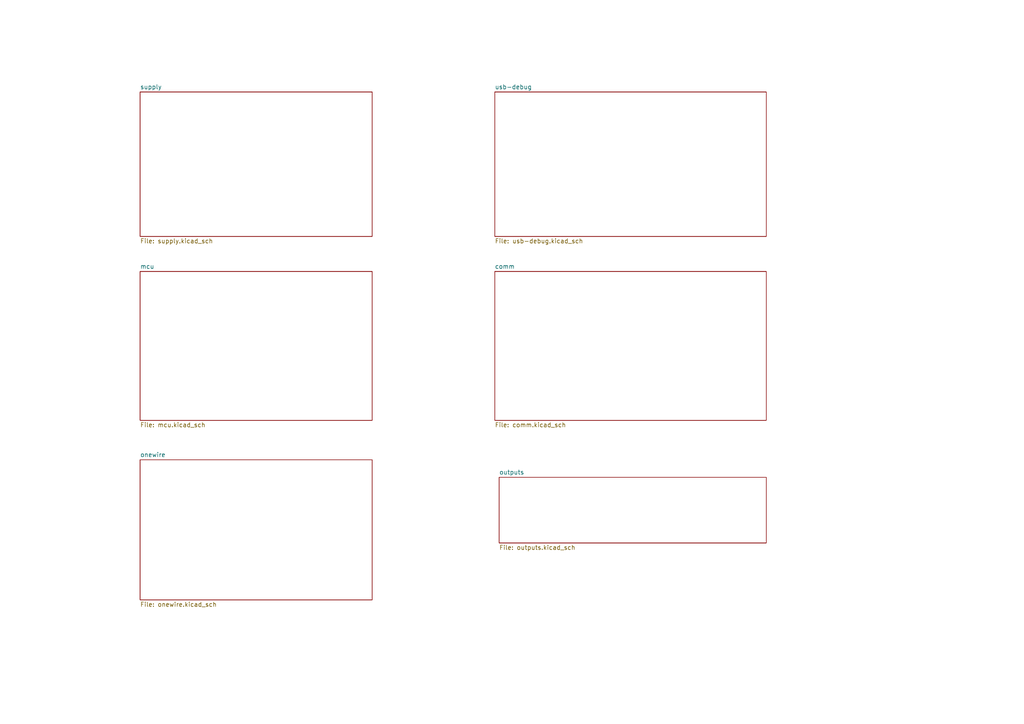
<source format=kicad_sch>
(kicad_sch (version 20230121) (generator eeschema)

  (uuid 6e73ff2b-554f-4e00-b182-1d8d7d5ce0d1)

  (paper "A4")

  (lib_symbols
  )


  (sheet (at 143.51 78.74) (size 78.74 43.18) (fields_autoplaced)
    (stroke (width 0.1524) (type solid))
    (fill (color 0 0 0 0.0000))
    (uuid 1e900fde-8eed-4bf4-8804-3253a49bf91b)
    (property "Sheetname" "comm" (at 143.51 78.0284 0)
      (effects (font (size 1.27 1.27)) (justify left bottom))
    )
    (property "Sheetfile" "comm.kicad_sch" (at 143.51 122.5046 0)
      (effects (font (size 1.27 1.27)) (justify left top))
    )
    (instances
      (project "Demo"
        (path "/6e73ff2b-554f-4e00-b182-1d8d7d5ce0d1" (page "6"))
      )
    )
  )

  (sheet (at 40.64 133.35) (size 67.31 40.64) (fields_autoplaced)
    (stroke (width 0.1524) (type solid))
    (fill (color 0 0 0 0.0000))
    (uuid 26e2b74b-8cc0-44db-8b49-65d14206bfa3)
    (property "Sheetname" "onewire" (at 40.64 132.6384 0)
      (effects (font (size 1.27 1.27)) (justify left bottom))
    )
    (property "Sheetfile" "onewire.kicad_sch" (at 40.64 174.5746 0)
      (effects (font (size 1.27 1.27)) (justify left top))
    )
    (instances
      (project "Demo"
        (path "/6e73ff2b-554f-4e00-b182-1d8d7d5ce0d1" (page "4"))
      )
    )
  )

  (sheet (at 144.78 138.43) (size 77.47 19.05) (fields_autoplaced)
    (stroke (width 0.1524) (type solid))
    (fill (color 0 0 0 0.0000))
    (uuid 58002030-c39a-404f-ad82-9889eb91573b)
    (property "Sheetname" "outputs" (at 144.78 137.7184 0)
      (effects (font (size 1.27 1.27)) (justify left bottom))
    )
    (property "Sheetfile" "outputs.kicad_sch" (at 144.78 158.0646 0)
      (effects (font (size 1.27 1.27)) (justify left top))
    )
    (instances
      (project "Demo"
        (path "/6e73ff2b-554f-4e00-b182-1d8d7d5ce0d1" (page "7"))
      )
    )
  )

  (sheet (at 40.64 78.74) (size 67.31 43.18) (fields_autoplaced)
    (stroke (width 0.1524) (type solid))
    (fill (color 0 0 0 0.0000))
    (uuid ab985d97-c5b8-4c7d-a2ff-75b912ddabf5)
    (property "Sheetname" "mcu" (at 40.64 78.0284 0)
      (effects (font (size 1.27 1.27)) (justify left bottom))
    )
    (property "Sheetfile" "mcu.kicad_sch" (at 40.64 122.5046 0)
      (effects (font (size 1.27 1.27)) (justify left top))
    )
    (instances
      (project "Demo"
        (path "/6e73ff2b-554f-4e00-b182-1d8d7d5ce0d1" (page "3"))
      )
    )
  )

  (sheet (at 40.64 26.67) (size 67.31 41.91) (fields_autoplaced)
    (stroke (width 0.1524) (type solid))
    (fill (color 0 0 0 0.0000))
    (uuid ce233acd-8164-4293-81a2-4c34170cc702)
    (property "Sheetname" "supply" (at 40.64 25.9584 0)
      (effects (font (size 1.27 1.27)) (justify left bottom))
    )
    (property "Sheetfile" "supply.kicad_sch" (at 40.64 69.1646 0)
      (effects (font (size 1.27 1.27)) (justify left top))
    )
    (instances
      (project "Demo"
        (path "/6e73ff2b-554f-4e00-b182-1d8d7d5ce0d1" (page "2"))
      )
    )
  )

  (sheet (at 143.51 26.67) (size 78.74 41.91) (fields_autoplaced)
    (stroke (width 0.1524) (type solid))
    (fill (color 0 0 0 0.0000))
    (uuid d54195cd-41d9-4ebf-990d-d91cd4f04404)
    (property "Sheetname" "usb-debug" (at 143.51 25.9584 0)
      (effects (font (size 1.27 1.27)) (justify left bottom))
    )
    (property "Sheetfile" "usb-debug.kicad_sch" (at 143.51 69.1646 0)
      (effects (font (size 1.27 1.27)) (justify left top))
    )
    (instances
      (project "Demo"
        (path "/6e73ff2b-554f-4e00-b182-1d8d7d5ce0d1" (page "5"))
      )
    )
  )

  (sheet_instances
    (path "/" (page "1"))
  )
)

</source>
